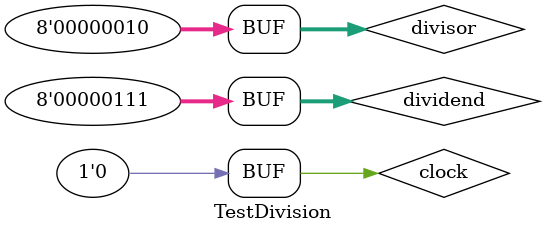
<source format=v>
`timescale 1ns / 1ps


module TestDivision;

	// Inputs
	reg [7:0] dividend;
	reg [7:0] divisor;
	reg clock;

	// Outputs
	wire [7:0] quotient;
	wire [7:0] remainder;
	wire [7:0] tempDivisor;

	// Instantiate the Unit Under Test (UUT)
	Division uut (
		.dividend(dividend), 
		.divisor(divisor), 
		.quotient(quotient), 
		.remainder(remainder), 
		.tempDivisor(tempDivisor), 
		.clock(clock)
	);

	initial begin
		// Initialize Inputs
		dividend = 7;
		divisor = 2;
		clock = 0;

		// Wait 100 ns for global reset to finish
		#100;
        
		// Add stimulus here
		
		repeat (60)
		#10 clock = ~clock;

	end
      
endmodule


</source>
